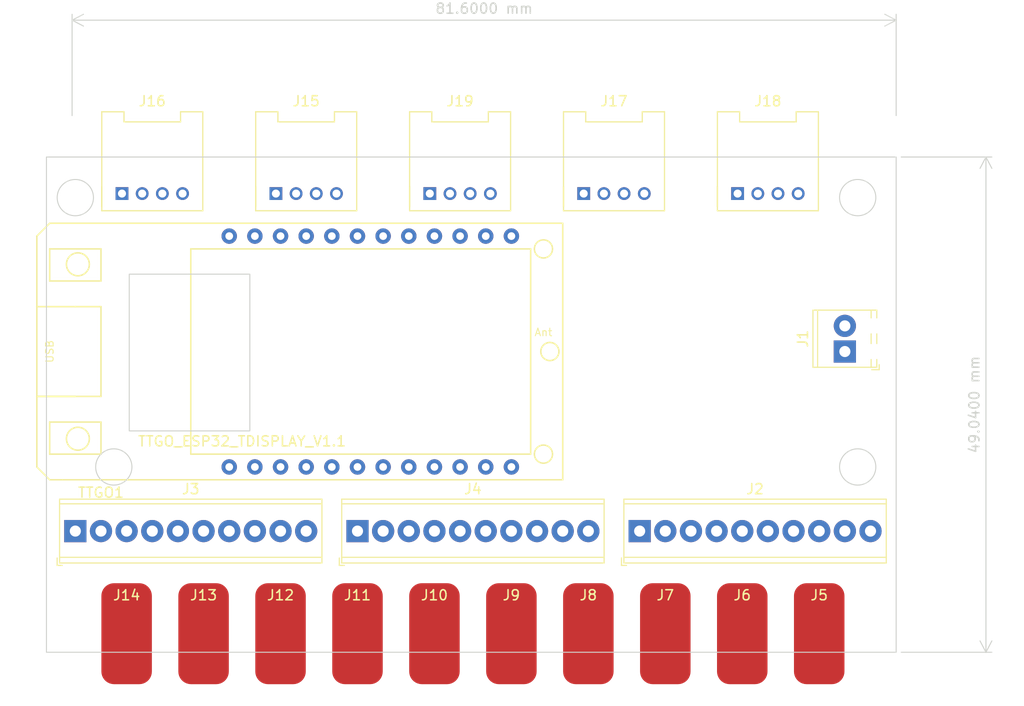
<source format=kicad_pcb>
(kicad_pcb (version 20211014) (generator pcbnew)
  (layers (0 "F.Cu" signal) (31 "B.Cu" signal) (34 "B.Paste" user) (35 "F.Paste" user) (36 "B.SilkS" user "B.Silkscreen") (37 "F.SilkS" user "F.Silkscreen") (38 "B.Mask" user) (39 "F.Mask" user) (44 "Edge.Cuts" user))
  (net 0 "")
  (net 1 "+5V")
  (net 2 "+3V3")
  (net 3 "GND")
  (net 9 "GPIO37")
  (net 10 "GPIO26 {slash} DAC2 {slash} ADC19")
  (net 11 "GPIO25 {slash} DAC1 {slash} ADC18")
  (net 12 "GPIO32 {slash} TOUCH9 {slash} ADC4")
  (net 13 "GPIO33 {slash} TOUCH8{slash} ADC5")
  (net 14 "GPIO27 {slash} TOUCH7 {slash} ADC17")
  (net 15 "GPIO12 {slash} TOUCH5 {slash} ADC15")
  (net 16 "GPIO13 {slash} TOUCH4 {slash} ADC14")
  (net 17 "GPIO15 {slash} TOUCH3 {slash} ADC13")
  (net 18 "GPIO02 {slash} TOUCH2{slash} ADC12")
  (net 19 "SDA")
  (net 20 "SCL")
  (footprint "TerminalBlock_Phoenix:TerminalBlock_Phoenix_MPT-0,5-10-2.54_1x10_P2.54mm_Horizontal" (layer "F.Cu") (at 114.3 90.17)
    (fp_text reference "J3" (at 11.43 -4.16) (layer "F.SilkS"))
    (fp_text value "GND")
    (fp_line (start -1.8 2.66) (end -1.8 3.4) (layer "F.SilkS") (width 0.12))
    (fp_line (start -1.56 3.16) (end 24.42 3.16) (layer "F.SilkS") (width 0.12))
    (fp_line (start -1.56 2.6) (end 24.42 2.6) (layer "F.SilkS") (width 0.12))
    (fp_line (start -1.56 -3.16) (end -1.56 3.16) (layer "F.SilkS") (width 0.12))
    (fp_line (start -1.56 -3.16) (end 24.42 -3.16) (layer "F.SilkS") (width 0.12))
    (fp_line (start 24.42 -3.16) (end 24.42 3.16) (layer "F.SilkS") (width 0.12))
    (fp_line (start -1.8 3.4) (end -1.3 3.4) (layer "F.SilkS") (width 0.12))
    (fp_line (start -1.56 -2.7) (end 24.42 -2.7) (layer "F.SilkS") (width 0.12))
    (pad "1" thru_hole rect (at 0 0) (size 2.2 2.2) (drill 1.1) (layers *.Cu *.Mask) (net 3 "GND"))
    (pad "2" thru_hole circle (at 2.54 0) (size 2.2 2.2) (drill 1.1) (layers *.Cu *.Mask) (net 3 "GND"))
    (pad "3" thru_hole circle (at 5.08 0) (size 2.2 2.2) (drill 1.1) (layers *.Cu *.Mask) (net 3 "GND"))
    (pad "4" thru_hole circle (at 7.62 0) (size 2.2 2.2) (drill 1.1) (layers *.Cu *.Mask) (net 3 "GND"))
    (pad "5" thru_hole circle (at 10.16 0) (size 2.2 2.2) (drill 1.1) (layers *.Cu *.Mask) (net 3 "GND"))
    (pad "6" thru_hole circle (at 12.7 0) (size 2.2 2.2) (drill 1.1) (layers *.Cu *.Mask) (net 3 "GND"))
    (pad "7" thru_hole circle (at 15.24 0) (size 2.2 2.2) (drill 1.1) (layers *.Cu *.Mask) (net 3 "GND"))
    (pad "8" thru_hole circle (at 17.78 0) (size 2.2 2.2) (drill 1.1) (layers *.Cu *.Mask) (net 3 "GND"))
    (pad "9" thru_hole circle (at 20.32 0) (size 2.2 2.2) (drill 1.1) (layers *.Cu *.Mask) (net 3 "GND"))
    (pad "10" thru_hole circle (at 22.86 0) (size 2.2 2.2) (drill 1.1) (layers *.Cu *.Mask) (net 3 "GND"))
  )
  (footprint "OPL_Connector:HW4-2.0-90D" (layer "F.Cu") (at 167.64 53.55)
    (fp_text reference "J17" (at 0 -5.95) (layer "F.SilkS"))
    (fp_text value "GROVE-CONNECTOR-DIP-90D_4P-2.0_")
    (fp_line (start -2.79908 -3.9) (end 2.79908 -3.9) (layer "F.SilkS") (width 0.127))
    (fp_line (start 5 4.9) (end -5 4.9) (layer "F.SilkS") (width 0.127))
    (fp_line (start -2.8 -4.9) (end -2.8 -3.8989) (layer "F.SilkS") (width 0.127))
    (fp_line (start -5 -4.9) (end -5 4.9) (layer "F.SilkS") (width 0.127))
    (fp_line (start 2.79908 -4.9) (end 5 -4.9) (layer "F.SilkS") (width 0.127))
    (fp_line (start -5.00092 -4.9) (end -2.8 -4.9) (layer "F.SilkS") (width 0.127))
    (fp_line (start -4.99872 2.5019) (end -4.99872 4.49834) (layer "F.SilkS") (width 0.127))
    (fp_line (start 2.79908 -3.8989) (end 2.79908 -4.9) (layer "F.SilkS") (width 0.127))
    (fp_line (start 5 -4.9) (end 5 4.9) (layer "F.SilkS") (width 0.127))
    (pad "1" thru_hole rect locked (at -2.99974 3.20012) (size 1.27 1.27) (drill 0.79756) (layers *.Cu *.Mask) (net 3 "GND"))
    (pad "2" thru_hole circle locked (at -0.99822 3.2) (size 1.27 1.27) (drill 0.79756) (layers *.Cu *.Mask) (net 2 "+3V3"))
    (pad "3" thru_hole circle locked (at 0.99822 3.2) (size 1.27 1.27) (drill 0.79756) (layers *.Cu *.Mask) (net 19 "SDA"))
    (pad "4" thru_hole circle locked (at 2.99974 3.2) (size 1.27 1.27) (drill 0.79756) (layers *.Cu *.Mask) (net 20 "SCL"))
  )
  (footprint "Connector_Wire:SolderWirePad_1x01_SMD_5x10mm" (layer "F.Cu") (at 134.62 100.33)
    (fp_text reference "J12" (at 0 -3.81) (layer "F.SilkS"))
    (fp_text value "Conn_01x01_Male")
    (pad "1" smd roundrect (at 0 0) (size 5 10) (layers "F.Cu" "F.Paste" "F.Mask") (net 11 "GPIO25 {slash} DAC1 {slash} ADC18"))
  )
  (footprint "Connector_Wire:SolderWirePad_1x01_SMD_5x10mm" (layer "F.Cu") (at 119.38 100.33)
    (fp_text reference "J14" (at 0 -3.81) (layer "F.SilkS"))
    (fp_text value "Conn_01x01_Male")
    (pad "1" smd roundrect (at 0 0) (size 5 10) (layers "F.Cu" "F.Paste" "F.Mask") (net 9 "GPIO37"))
  )
  (footprint "OPL_Connector:HW4-2.0-90D" (layer "F.Cu") (at 182.88 53.55)
    (fp_text reference "J18" (at 0 -5.95) (layer "F.SilkS"))
    (fp_text value "GROVE-CONNECTOR-DIP-90D_4P-2.0_")
    (fp_line (start -5.00092 -4.9) (end -2.8 -4.9) (layer "F.SilkS") (width 0.127))
    (fp_line (start -2.8 -4.9) (end -2.8 -3.8989) (layer "F.SilkS") (width 0.127))
    (fp_line (start -5 -4.9) (end -5 4.9) (layer "F.SilkS") (width 0.127))
    (fp_line (start -4.99872 2.5019) (end -4.99872 4.49834) (layer "F.SilkS") (width 0.127))
    (fp_line (start 5 4.9) (end -5 4.9) (layer "F.SilkS") (width 0.127))
    (fp_line (start 2.79908 -4.9) (end 5 -4.9) (layer "F.SilkS") (width 0.127))
    (fp_line (start 5 -4.9) (end 5 4.9) (layer "F.SilkS") (width 0.127))
    (fp_line (start -2.79908 -3.9) (end 2.79908 -3.9) (layer "F.SilkS") (width 0.127))
    (fp_line (start 2.79908 -3.8989) (end 2.79908 -4.9) (layer "F.SilkS") (width 0.127))
    (pad "1" thru_hole rect locked (at -2.99974 3.20012) (size 1.27 1.27) (drill 0.79756) (layers *.Cu *.Mask) (net 3 "GND"))
    (pad "2" thru_hole circle locked (at -0.99822 3.2) (size 1.27 1.27) (drill 0.79756) (layers *.Cu *.Mask) (net 2 "+3V3"))
    (pad "3" thru_hole circle locked (at 0.99822 3.2) (size 1.27 1.27) (drill 0.79756) (layers *.Cu *.Mask) (net 19 "SDA"))
    (pad "4" thru_hole circle locked (at 2.99974 3.2) (size 1.27 1.27) (drill 0.79756) (layers *.Cu *.Mask) (net 20 "SCL"))
  )
  (footprint "OPL_Connector:HW4-2.0-90D" (layer "F.Cu") (at 152.4 53.55)
    (fp_text reference "J19" (at 0 -5.95) (layer "F.SilkS"))
    (fp_text value "GROVE-CONNECTOR-DIP-90D_4P-2.0_")
    (fp_line (start 2.79908 -3.8989) (end 2.79908 -4.9) (layer "F.SilkS") (width 0.127))
    (fp_line (start -5.00092 -4.9) (end -2.8 -4.9) (layer "F.SilkS") (width 0.127))
    (fp_line (start -2.8 -4.9) (end -2.8 -3.8989) (layer "F.SilkS") (width 0.127))
    (fp_line (start 5 4.9) (end -5 4.9) (layer "F.SilkS") (width 0.127))
    (fp_line (start -5 -4.9) (end -5 4.9) (layer "F.SilkS") (width 0.127))
    (fp_line (start -4.99872 2.5019) (end -4.99872 4.49834) (layer "F.SilkS") (width 0.127))
    (fp_line (start 5 -4.9) (end 5 4.9) (layer "F.SilkS") (width 0.127))
    (fp_line (start 2.79908 -4.9) (end 5 -4.9) (layer "F.SilkS") (width 0.127))
    (fp_line (start -2.79908 -3.9) (end 2.79908 -3.9) (layer "F.SilkS") (width 0.127))
    (pad "1" thru_hole rect locked (at -2.99974 3.20012) (size 1.27 1.27) (drill 0.79756) (layers *.Cu *.Mask) (net 3 "GND"))
    (pad "2" thru_hole circle locked (at -0.99822 3.2) (size 1.27 1.27) (drill 0.79756) (layers *.Cu *.Mask) (net 2 "+3V3"))
    (pad "3" thru_hole circle locked (at 0.99822 3.2) (size 1.27 1.27) (drill 0.79756) (layers *.Cu *.Mask) (net 19 "SDA"))
    (pad "4" thru_hole circle locked (at 2.99974 3.2) (size 1.27 1.27) (drill 0.79756) (layers *.Cu *.Mask) (net 20 "SCL"))
  )
  (footprint "Connector_Wire:SolderWirePad_1x01_SMD_5x10mm" (layer "F.Cu") (at 172.72 100.33)
    (fp_text reference "J7" (at 0 -3.81) (layer "F.SilkS"))
    (fp_text value "Conn_01x01_Male")
    (pad "1" smd roundrect (at 0 0) (size 5 10) (layers "F.Cu" "F.Paste" "F.Mask") (net 16 "GPIO13 {slash} TOUCH4 {slash} ADC14"))
  )
  (footprint "Connector_Wire:SolderWirePad_1x01_SMD_5x10mm" (layer "F.Cu") (at 149.86 100.33)
    (fp_text reference "J10" (at 0 -3.81) (layer "F.SilkS"))
    (fp_text value "Conn_01x01_Male")
    (pad "1" smd roundrect (at 0 0) (size 5 10) (layers "F.Cu" "F.Paste" "F.Mask") (net 13 "GPIO33 {slash} TOUCH8{slash} ADC5"))
  )
  (footprint "ttgo:TTGO_ESP32_TDisplay_v1.1" (layer "F.Cu") (at 113.03 85.09)
    (fp_text reference "TTGO1" (at 3.81 1.27) (layer "F.SilkS"))
    (fp_text value "TTGO_ESP32_TDISPLAY_V1.1" (at 17.78 -3.81) (layer "F.SilkS"))
    (fp_text user "Ant" (at 47.625 -14.605) (layer "F.SilkS") (effects (font (size 0.75 0.75) (thickness 0.1))))
    (fp_text user "USB" (at -1.27 -12.7 90) (layer "F.SilkS") (effects (font (size 0.75 0.75) (thickness 0.1))))
    (fp_line (start 49.53 -25.4) (end 49.53 0) (layer "F.SilkS") (width 0.15))
    (fp_line (start -1.27 -25.4) (end 0 -25.4) (layer "F.SilkS") (width 0.15))
    (fp_line (start 3.81 -5.715) (end 3.81 -2.54) (layer "F.SilkS") (width 0.15))
    (fp_line (start 49.53 -25.4) (end 45.72 -25.4) (layer "F.SilkS") (width 0.15))
    (fp_line (start 45.72 -25.4) (end 0 -25.4) (layer "F.SilkS") (width 0.15))
    (fp_line (start 12.7 -22.86) (end 46.355 -22.86) (layer "F.SilkS") (width 0.15))
    (fp_line (start -1.27 -5.715) (end 3.81 -5.715) (layer "F.SilkS") (width 0.15))
    (fp_line (start -2.54 -24.13) (end -1.27 -25.4) (layer "F.SilkS") (width 0.15))
    (fp_line (start 46.355 -2.54) (end 12.7 -2.54) (layer "F.SilkS") (width 0.15))
    (fp_line (start -1.27 -22.86) (end 3.81 -22.86) (layer "F.SilkS") (width 0.15))
    (fp_line (start -1.27 -2.54) (end -1.27 -5.715) (layer "F.SilkS") (width 0.15))
    (fp_line (start 49.53 0) (end 44.45 0) (layer "F.SilkS") (width 0.15))
    (fp_line (start -1.27 0) (end -2.54 -1.27) (layer "F.SilkS") (width 0.15))
    (fp_line (start 3.81 -19.685) (end -1.27 -19.685) (layer "F.SilkS") (width 0.15))
    (fp_line (start 44.45 0) (end 0 0) (layer "F.SilkS") (width 0.15))
    (fp_line (start 1.27 -17.145) (end -2.54 -17.145) (layer "F.SilkS") (width 0.15))
    (fp_line (start 12.7 -2.54) (end 12.7 -22.86) (layer "F.SilkS") (width 0.15))
    (fp_line (start -2.54 -1.27) (end -2.54 -24.13) (layer "F.SilkS") (width 0.15))
    (fp_line (start 1.27 -17.145) (end 3.81 -17.145) (layer "F.SilkS") (width 0.15))
    (fp_line (start -2.54 -8.255) (end 1.27 -8.255) (layer "F.SilkS") (width 0.15))
    (fp_line (start -1.27 -19.685) (end -1.27 -22.86) (layer "F.SilkS") (width 0.15))
    (fp_line (start 46.355 -22.86) (end 46.355 -2.54) (layer "F.SilkS") (width 0.15))
    (fp_line (start 3.81 -8.255) (end -2.54 -8.255) (layer "F.SilkS") (width 0.15))
    (fp_line (start 3.81 -22.86) (end 3.81 -19.685) (layer "F.SilkS") (width 0.15))
    (fp_line (start 0 0) (end -1.27 0) (layer "F.SilkS") (width 0.15))
    (fp_line (start 3.81 -2.54) (end -1.27 -2.54) (layer "F.SilkS") (width 0.15))
    (fp_line (start 3.81 -17.145) (end 3.81 -8.255) (layer "F.SilkS") (width 0.15))
    (fp_circle (center 48.26 -12.7) (end 48.895 -13.335) (layer "F.SilkS") (width 0.15) (fill none))
    (fp_circle (center 47.625 -22.86) (end 48.26 -23.495) (layer "F.SilkS") (width 0.15) (fill none))
    (fp_circle (center 47.625 -2.54) (end 48.26 -3.175) (layer "F.SilkS") (width 0.15) (fill none))
    (fp_circle (center 1.524 -4.064) (end 2.54 -4.572) (layer "F.SilkS") (width 0.15) (fill none))
    (fp_circle (center 1.524 -21.336) (end 2.54 -21.844) (layer "F.SilkS") (width 0.15) (fill none))
    (pad "" np_thru_hole circle locked (at 47.625 -22.86) (size 1.524 1.524) (drill 1.524) (layers *.Cu *.Mask))
    (pad "" np_thru_hole circle locked (at 47.625 -2.54) (size 1.524 1.524) (drill 1.524) (layers *.Cu *.Mask))
    (pad "1" thru_hole circle locked (at 16.51 -1.27) (size 1.524 1.524) (drill 0.762) (layers *.Cu *.Mask) (net 1 "+5V"))
    (pad "2" thru_hole circle locked (at 19.05 -1.27) (size 1.524 1.524) (drill 0.762) (layers *.Cu *.Mask) (net 3 "GND"))
    (pad "3" thru_hole circle locked (at 21.59 -1.27) (size 1.524 1.524) (drill 0.762) (layers *.Cu *.Mask) (net 14 "GPIO27 {slash} TOUCH7 {slash} ADC17"))
    (pad "4" thru_hole circle locked (at 24.13 -1.27) (size 1.524 1.524) (drill 0.762) (layers *.Cu *.Mask) (net 10 "GPIO26 {slash} DAC2 {slash} ADC19"))
    (pad "5" thru_hole circle locked (at 26.67 -1.27) (size 1.524 1.524) (drill 0.762) (layers *.Cu *.Mask) (net 11 "GPIO25 {slash} DAC1 {slash} ADC18"))
    (pad "6" thru_hole circle locked (at 29.21 -1.27) (size 1.524 1.524) (drill 0.762) (layers *.Cu *.Mask) (net 13 "GPIO33 {slash} TOUCH8{slash} ADC5"))
    (pad "7" thru_hole circle locked (at 31.75 -1.27) (size 1.524 1.524) (drill 0.762) (layers *.Cu *.Mask) (net 12 "GPIO32 {slash} TOUCH9 {slash} ADC4"))
    (pad "8" thru_hole circle locked (at 34.29 -1.27) (size 1.524 1.524) (drill 0.762) (layers *.Cu *.Mask))
    (pad "9" thru_hole circle locked (at 36.83 -1.27) (size 1.524 1.524) (drill 0.762) (layers *.Cu *.Mask))
    (pad "10" thru_hole circle locked (at 39.37 -1.27) (size 1.524 1.524) (drill 0.762) (layers *.Cu *.Mask))
    (pad "11" thru_hole circle locked (at 41.91 -1.27) (size 1.524 1.524) (drill 0.762) (layers *.Cu *.Mask))
    (pad "12" thru_hole circle locked (at 44.45 -1.27) (size 1.524 1.524) (drill 0.762) (layers *.Cu *.Mask) (net 2 "+3V3"))
    (pad "13" thru_hole circle locked (at 44.45 -24.13) (size 1.524 1.524) (drill 0.762) (layers *.Cu *.Mask) (net 3 "GND"))
    (pad "14" thru_hole circle locked (at 41.91 -24.13) (size 1.524 1.524) (drill 0.762) (layers *.Cu *.Mask) (net 3 "GND"))
    (pad "15" thru_hole circle locked (at 39.37 -24.13) (size 1.524 1.524) (drill 0.762) (layers *.Cu *.Mask) (net 19 "SDA"))
    (pad "16" thru_hole circle locked (at 36.83 -24.13) (size 1.524 1.524) (drill 0.762) (layers *.Cu *.Mask) (net 20 "SCL"))
    (pad "17" thru_hole circle locked (at 34.29 -24.13) (size 1.524 1.524) (drill 0.762) (layers *.Cu *.Mask))
    (pad "18" thru_hole circle locked (at 31.75 -24.13) (size 1.524 1.524) (drill 0.762) (layers *.Cu *.Mask) (net 18 "GPIO02 {slash} TOUCH2{slash} ADC12"))
    (pad "19" thru_hole circle locked (at 29.21 -24.13) (size 1.524 1.524) (drill 0.762) (layers *.Cu *.Mask) (net 17 "GPIO15 {slash} TOUCH3 {slash} ADC13"))
    (pad "20" thru_hole circle locked (at 26.67 -24.13) (size 1.524 1.524) (drill 0.762) (layers *.Cu *.Mask) (net 16 "GPIO13 {slash} TOUCH4 {slash} ADC14"))
    (pad "21" thru_hole circle locked (at 24.13 -24.13) (size 1.524 1.524) (drill 0.762) (layers *.Cu *.Mask) (net 15 "GPIO12 {slash} TOUCH5 {slash} ADC15"))
    (pad "22" thru_hole circle locked (at 21.59 -24.13) (size 1.524 1.524) (drill 0.762) (layers *.Cu *.Mask) (net 3 "GND"))
    (pad "23" thru_hole circle locked (at 19.05 -24.13) (size 1.524 1.524) (drill 0.762) (layers *.Cu *.Mask) (net 3 "GND"))
    (pad "24" thru_hole circle locked (at 16.51 -24.13) (size 1.524 1.524) (drill 0.762) (layers *.Cu *.Mask) (net 2 "+3V3"))
  )
  (footprint "TerminalBlock_Phoenix:TerminalBlock_Phoenix_MPT-0,5-10-2.54_1x10_P2.54mm_Horizontal" (layer "F.Cu") (at 142.24 90.17)
    (fp_text reference "J4" (at 11.43 -4.16) (layer "F.SilkS"))
    (fp_text value "Conn_01x10_Male")
    (fp_line (start 24.42 -3.16) (end 24.42 3.16) (layer "F.SilkS") (width 0.12))
    (fp_line (start -1.56 -2.7) (end 24.42 -2.7) (layer "F.SilkS") (width 0.12))
    (fp_line (start -1.56 -3.16) (end -1.56 3.16) (layer "F.SilkS") (width 0.12))
    (fp_line (start -1.8 2.66) (end -1.8 3.4) (layer "F.SilkS") (width 0.12))
    (fp_line (start -1.56 -3.16) (end 24.42 -3.16) (layer "F.SilkS") (width 0.12))
    (fp_line (start -1.56 3.16) (end 24.42 3.16) (layer "F.SilkS") (width 0.12))
    (fp_line (start -1.56 2.6) (end 24.42 2.6) (layer "F.SilkS") (width 0.12))
    (fp_line (start -1.8 3.4) (end -1.3 3.4) (layer "F.SilkS") (width 0.12))
    (pad "1" thru_hole rect (at 0 0) (size 2.2 2.2) (drill 1.1) (layers *.Cu *.Mask) (net 9 "GPIO37"))
    (pad "2" thru_hole circle (at 2.54 0) (size 2.2 2.2) (drill 1.1) (layers *.Cu *.Mask) (net 10 "GPIO26 {slash} DAC2 {slash} ADC19"))
    (pad "3" thru_hole circle (at 5.08 0) (size 2.2 2.2) (drill 1.1) (layers *.Cu *.Mask) (net 11 "GPIO25 {slash} DAC1 {slash} ADC18"))
    (pad "4" thru_hole circle (at 7.62 0) (size 2.2 2.2) (drill 1.1) (layers *.Cu *.Mask) (net 12 "GPIO32 {slash} TOUCH9 {slash} ADC4"))
    (pad "5" thru_hole circle (at 10.16 0) (size 2.2 2.2) (drill 1.1) (layers *.Cu *.Mask) (net 13 "GPIO33 {slash} TOUCH8{slash} ADC5"))
    (pad "6" thru_hole circle (at 12.7 0) (size 2.2 2.2) (drill 1.1) (layers *.Cu *.Mask) (net 14 "GPIO27 {slash} TOUCH7 {slash} ADC17"))
    (pad "7" thru_hole circle (at 15.24 0) (size 2.2 2.2) (drill 1.1) (layers *.Cu *.Mask) (net 15 "GPIO12 {slash} TOUCH5 {slash} ADC15"))
    (pad "8" thru_hole circle (at 17.78 0) (size 2.2 2.2) (drill 1.1) (layers *.Cu *.Mask) (net 16 "GPIO13 {slash} TOUCH4 {slash} ADC14"))
    (pad "9" thru_hole circle (at 20.32 0) (size 2.2 2.2) (drill 1.1) (layers *.Cu *.Mask) (net 17 "GPIO15 {slash} TOUCH3 {slash} ADC13"))
    (pad "10" thru_hole circle (at 22.86 0) (size 2.2 2.2) (drill 1.1) (layers *.Cu *.Mask) (net 18 "GPIO02 {slash} TOUCH2{slash} ADC12"))
  )
  (footprint "Connector_Wire:SolderWirePad_1x01_SMD_5x10mm" (layer "F.Cu") (at 142.24 100.33)
    (fp_text reference "J11" (at 0 -3.81) (layer "F.SilkS"))
    (fp_text value "Conn_01x01_Male")
    (pad "1" smd roundrect (at 0 0) (size 5 10) (layers "F.Cu" "F.Paste" "F.Mask") (net 12 "GPIO32 {slash} TOUCH9 {slash} ADC4"))
  )
  (footprint "TerminalBlock_Phoenix:TerminalBlock_Phoenix_MPT-0,5-2-2.54_1x02_P2.54mm_Horizontal" (layer "F.Cu") (at 190.5 72.39 90)
    (fp_text reference "J1" (at 1.27 -4.16 90) (layer "F.SilkS"))
    (fp_text value "Conn_01x02_Male")
    (fp_line (start 3.33 3.16) (end 4.1 3.16) (layer "F.SilkS") (width 0.12))
    (fp_line (start 0.79 2.6) (end 1.75 2.6) (layer "F.SilkS") (width 0.12))
    (fp_line (start -1.8 3.4) (end -1.3 3.4) (layer "F.SilkS") (width 0.12))
    (fp_line (start -1.8 2.66) (end -1.8 3.4) (layer "F.SilkS") (width 0.12))
    (fp_line (start -1.56 -3.16) (end 4.1 -3.16) (layer "F.SilkS") (width 0.12))
    (fp_line (start 4.1 -3.16) (end 4.1 3.16) (layer "F.SilkS") (width 0.12))
    (fp_line (start -1.56 3.16) (end -0.79 3.16) (layer "F.SilkS") (width 0.12))
    (fp_line (start 0.79 3.16) (end 1.75 3.16) (layer "F.SilkS") (width 0.12))
    (fp_line (start -1.56 -2.7) (end 4.1 -2.7) (layer "F.SilkS") (width 0.12))
    (fp_line (start 3.33 2.6) (end 4.1 2.6) (layer "F.SilkS") (width 0.12))
    (fp_line (start -1.56 -3.16) (end -1.56 3.16) (layer "F.SilkS") (width 0.12))
    (fp_line (start -1.56 2.6) (end -0.79 2.6) (layer "F.SilkS") (width 0.12))
    (pad "" np_thru_hole circle (at 2.54 2.54 90) (size 1.1 1.1) (drill 1.1) (layers *.Cu *.Mask))
    (pad "" np_thru_hole circle (at 0 2.54 90) (size 1.1 1.1) (drill 1.1) (layers *.Cu *.Mask))
    (pad "1" thru_hole rect (at 0 0 90) (size 2.2 2.2) (drill 1.1) (layers *.Cu *.Mask) (net 3 "GND"))
    (pad "2" thru_hole circle (at 2.54 0 90) (size 2.2 2.2) (drill 1.1) (layers *.Cu *.Mask) (net 1 "+5V"))
  )
  (footprint "Connector_Wire:SolderWirePad_1x01_SMD_5x10mm" (layer "F.Cu") (at 157.48 100.33)
    (fp_text reference "J9" (at 0 -3.81) (layer "F.SilkS"))
    (fp_text value "Conn_01x01_Male")
    (pad "1" smd roundrect (at 0 0) (size 5 10) (layers "F.Cu" "F.Paste" "F.Mask") (net 14 "GPIO27 {slash} TOUCH7 {slash} ADC17"))
  )
  (footprint "Connector_Wire:SolderWirePad_1x01_SMD_5x10mm" (layer "F.Cu") (at 165.1 100.33)
    (fp_text reference "J8" (at 0 -3.81) (layer "F.SilkS"))
    (fp_text value "Conn_01x01_Male")
    (pad "1" smd roundrect (at 0 0) (size 5 10) (layers "F.Cu" "F.Paste" "F.Mask") (net 15 "GPIO12 {slash} TOUCH5 {slash} ADC15"))
  )
  (footprint "OPL_Connector:HW4-2.0-90D" (layer "F.Cu") (at 121.92 53.55)
    (fp_text reference "J16" (at 0 -5.95) (layer "F.SilkS"))
    (fp_text value "GROVE-CONNECTOR-DIP-90D_4P-2.0_")
    (fp_line (start 5 4.9) (end -5 4.9) (layer "F.SilkS") (width 0.127))
    (fp_line (start -2.79908 -3.9) (end 2.79908 -3.9) (layer "F.SilkS") (width 0.127))
    (fp_line (start -4.99872 2.5019) (end -4.99872 4.49834) (layer "F.SilkS") (width 0.127))
    (fp_line (start -5.00092 -4.9) (end -2.8 -4.9) (layer "F.SilkS") (width 0.127))
    (fp_line (start 2.79908 -3.8989) (end 2.79908 -4.9) (layer "F.SilkS") (width 0.127))
    (fp_line (start 5 -4.9) (end 5 4.9) (layer "F.SilkS") (width 0.127))
    (fp_line (start -2.8 -4.9) (end -2.8 -3.8989) (layer "F.SilkS") (width 0.127))
    (fp_line (start 2.79908 -4.9) (end 5 -4.9) (layer "F.SilkS") (width 0.127))
    (fp_line (start -5 -4.9) (end -5 4.9) (layer "F.SilkS") (width 0.127))
    (pad "1" thru_hole rect locked (at -2.99974 3.20012) (size 1.27 1.27) (drill 0.79756) (layers *.Cu *.Mask) (net 3 "GND"))
    (pad "2" thru_hole circle locked (at -0.99822 3.2) (size 1.27 1.27) (drill 0.79756) (layers *.Cu *.Mask) (net 2 "+3V3"))
    (pad "3" thru_hole circle locked (at 0.99822 3.2) (size 1.27 1.27) (drill 0.79756) (layers *.Cu *.Mask) (net 19 "SDA"))
    (pad "4" thru_hole circle locked (at 2.99974 3.2) (size 1.27 1.27) (drill 0.79756) (layers *.Cu *.Mask) (net 20 "SCL"))
  )
  (footprint "Connector_Wire:SolderWirePad_1x01_SMD_5x10mm" (layer "F.Cu") (at 180.34 100.33)
    (fp_text reference "J6" (at 0 -3.81) (layer "F.SilkS"))
    (fp_text value "Conn_01x01_Male")
    (pad "1" smd roundrect (at 0 0) (size 5 10) (layers "F.Cu" "F.Paste" "F.Mask") (net 17 "GPIO15 {slash} TOUCH3 {slash} ADC13"))
  )
  (footprint "TerminalBlock_Phoenix:TerminalBlock_Phoenix_MPT-0,5-10-2.54_1x10_P2.54mm_Horizontal" (layer "F.Cu") (at 170.18 90.17)
    (fp_text reference "J2" (at 11.43 -4.16) (layer "F.SilkS"))
    (fp_text value "3,3V")
    (fp_line (start -1.56 2.6) (end 24.42 2.6) (layer "F.SilkS") (width 0.12))
    (fp_line (start -1.56 -2.7) (end 24.42 -2.7) (layer "F.SilkS") (width 0.12))
    (fp_line (start -1.56 -3.16) (end -1.56 3.16) (layer "F.SilkS") (width 0.12))
    (fp_line (start -1.56 -3.16) (end 24.42 -3.16) (layer "F.SilkS") (width 0.12))
    (fp_line (start -1.8 2.66) (end -1.8 3.4) (layer "F.SilkS") (width 0.12))
    (fp_line (start 24.42 -3.16) (end 24.42 3.16) (layer "F.SilkS") (width 0.12))
    (fp_line (start -1.56 3.16) (end 24.42 3.16) (layer "F.SilkS") (width 0.12))
    (fp_line (start -1.8 3.4) (end -1.3 3.4) (layer "F.SilkS") (width 0.12))
    (pad "1" thru_hole rect (at 0 0) (size 2.2 2.2) (drill 1.1) (layers *.Cu *.Mask) (net 2 "+3V3"))
    (pad "2" thru_hole circle (at 2.54 0) (size 2.2 2.2) (drill 1.1) (layers *.Cu *.Mask) (net 2 "+3V3"))
    (pad "3" thru_hole circle (at 5.08 0) (size 2.2 2.2) (drill 1.1) (layers *.Cu *.Mask) (net 2 "+3V3"))
    (pad "4" thru_hole circle (at 7.62 0) (size 2.2 2.2) (drill 1.1) (layers *.Cu *.Mask) (net 2 "+3V3"))
    (pad "5" thru_hole circle (at 10.16 0) (size 2.2 2.2) (drill 1.1) (layers *.Cu *.Mask) (net 2 "+3V3"))
    (pad "6" thru_hole circle (at 12.7 0) (size 2.2 2.2) (drill 1.1) (layers *.Cu *.Mask) (net 2 "+3V3"))
    (pad "7" thru_hole circle (at 15.24 0) (size 2.2 2.2) (drill 1.1) (layers *.Cu *.Mask) (net 2 "+3V3"))
    (pad "8" thru_hole circle (at 17.78 0) (size 2.2 2.2) (drill 1.1) (layers *.Cu *.Mask) (net 2 "+3V3"))
    (pad "9" thru_hole circle (at 20.32 0) (size 2.2 2.2) (drill 1.1) (layers *.Cu *.Mask) (net 2 "+3V3"))
    (pad "10" thru_hole circle (at 22.86 0) (size 2.2 2.2) (drill 1.1) (layers *.Cu *.Mask) (net 2 "+3V3"))
  )
  (footprint "Connector_Wire:SolderWirePad_1x01_SMD_5x10mm" (layer "F.Cu") (at 187.96 100.33)
    (fp_text reference "J5" (at 0 -3.81) (layer "F.SilkS"))
    (fp_text value "Conn_01x01_Male")
    (pad "1" smd roundrect (at 0 0) (size 5 10) (layers "F.Cu" "F.Paste" "F.Mask") (net 18 "GPIO02 {slash} TOUCH2{slash} ADC12"))
  )
  (footprint "OPL_Connector:HW4-2.0-90D" (layer "F.Cu") (at 137.16 53.55)
    (fp_text reference "J15" (at 0 -5.95) (layer "F.SilkS"))
    (fp_text value "GROVE-CONNECTOR-DIP-90D_4P-2.0_")
    (fp_line (start -4.99872 2.5019) (end -4.99872 4.49834) (layer "F.SilkS") (width 0.127))
    (fp_line (start -2.79908 -3.9) (end 2.79908 -3.9) (layer "F.SilkS") (width 0.127))
    (fp_line (start -2.8 -4.9) (end -2.8 -3.8989) (layer "F.SilkS") (width 0.127))
    (fp_line (start 2.79908 -4.9) (end 5 -4.9) (layer "F.SilkS") (width 0.127))
    (fp_line (start -5 -4.9) (end -5 4.9) (layer "F.SilkS") (width 0.127))
    (fp_line (start 5 4.9) (end -5 4.9) (layer "F.SilkS") (width 0.127))
    (fp_line (start -5.00092 -4.9) (end -2.8 -4.9) (layer "F.SilkS") (width 0.127))
    (fp_line (start 2.79908 -3.8989) (end 2.79908 -4.9) (layer "F.SilkS") (width 0.127))
    (fp_line (start 5 -4.9) (end 5 4.9) (layer "F.SilkS") (width 0.127))
    (pad "1" thru_hole rect locked (at -2.99974 3.20012) (size 1.27 1.27) (drill 0.79756) (layers *.Cu *.Mask) (net 3 "GND"))
    (pad "2" thru_hole circle locked (at -0.99822 3.2) (size 1.27 1.27) (drill 0.79756) (layers *.Cu *.Mask) (net 2 "+3V3"))
    (pad "3" thru_hole circle locked (at 0.99822 3.2) (size 1.27 1.27) (drill 0.79756) (layers *.Cu *.Mask) (net 19 "SDA"))
    (pad "4" thru_hole circle locked (at 2.99974 3.2) (size 1.27 1.27) (drill 0.79756) (layers *.Cu *.Mask) (net 20 "SCL"))
  )
  (footprint "Connector_Wire:SolderWirePad_1x01_SMD_5x10mm" (layer "F.Cu") (at 127 100.33)
    (fp_text reference "J13" (at 0 -3.81) (layer "F.SilkS"))
    (fp_text value "Conn_01x01_Male")
    (pad "1" smd roundrect (at 0 0) (size 5 10) (layers "F.Cu" "F.Paste" "F.Mask") (net 10 "GPIO26 {slash} DAC2 {slash} ADC19"))
  )
  (gr_circle (center 191.77 57.15) (end 193.04 58.42) (layer "Edge.Cuts") (width 0.1) (fill none))
  (gr_rect (start 119.64 64.73) (end 131.58 80.25) (layer "Edge.Cuts") (width 0.1) (fill none))
  (gr_circle (center 118.11 83.82) (end 119.38 85.09) (layer "Edge.Cuts") (width 0.1) (fill none))
  (gr_circle (center 114.3 57.15) (end 115.57 58.42) (layer "Edge.Cuts") (width 0.1) (fill none))
  (gr_circle (center 191.77 83.82) (end 193.04 85.09) (layer "Edge.Cuts") (width 0.1) (fill none))
  (gr_rect (start 195.58 102.17) (end 111.44 53.13) (layer "Edge.Cuts") (width 0.1) (fill none))
  (dimension (type aligned) (layer "Edge.Cuts") (pts (xy 195.58 53.13) (xy 195.58 102.17)) (height -8.89) (gr_text "49,0400 mm" (at 203.32 77.65 90) (layer "Edge.Cuts") (effects (font (size 1 1) (thickness 0.15)))) (format (units 3) (units_format 1) (precision 4)) (style (thickness 0.1) (arrow_length 1.27) (text_position_mode 0) (extension_height 0.58642) (extension_offset 0.5) keep_text_aligned))
  (dimension (type aligned) (layer "Edge.Cuts") (pts (xy 113.98 49.53) (xy 195.58 49.53)) (height -9.95) (gr_text "81,6000 mm" (at 154.78 38.43) (layer "Edge.Cuts") (effects (font (size 1 1) (thickness 0.15)))) (format (units 3) (units_format 1) (precision 4)) (style (thickness 0.1) (arrow_length 1.27) (text_position_mode 0) (extension_height 0.58642) (extension_offset 0.5) keep_text_aligned))
)
</source>
